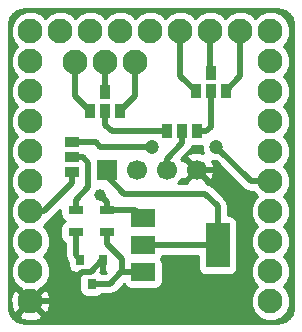
<source format=gbr>
G04 #@! TF.FileFunction,Copper,L2,Bot,Signal*
%FSLAX46Y46*%
G04 Gerber Fmt 4.6, Leading zero omitted, Abs format (unit mm)*
G04 Created by KiCad (PCBNEW 4.0.6) date 12/07/19 10:46:47*
%MOMM*%
%LPD*%
G01*
G04 APERTURE LIST*
%ADD10C,0.100000*%
%ADD11R,0.970000X1.270000*%
%ADD12C,2.100000*%
%ADD13R,1.700000X1.700000*%
%ADD14C,1.700000*%
%ADD15R,1.270000X0.970000*%
%ADD16R,2.000000X3.800000*%
%ADD17R,2.000000X1.500000*%
%ADD18R,0.800000X0.900000*%
%ADD19R,1.300000X0.700000*%
%ADD20C,1.200000*%
%ADD21C,1.000000*%
%ADD22C,0.500000*%
%ADD23C,0.254000*%
G04 APERTURE END LIST*
D10*
D11*
X146341000Y-72025000D03*
X147611000Y-72025000D03*
X148881000Y-72025000D03*
X147611000Y-70475000D03*
D12*
X161581000Y-67845000D03*
X161581000Y-70385000D03*
X161581000Y-72925000D03*
X161581000Y-75465000D03*
X161581000Y-78005000D03*
X161581000Y-80545000D03*
X161581000Y-83085000D03*
X161581000Y-85625000D03*
X161581000Y-88165000D03*
X161581000Y-65305000D03*
X159041000Y-65305000D03*
X156501000Y-65305000D03*
X153961000Y-65305000D03*
X151421000Y-65305000D03*
X148881000Y-65305000D03*
X146341000Y-65305000D03*
X143801000Y-65305000D03*
X141261000Y-65305000D03*
X141261000Y-67845000D03*
X141261000Y-70385000D03*
X141261000Y-72925000D03*
X141261000Y-75465000D03*
X141261000Y-78005000D03*
X141261000Y-80545000D03*
X141261000Y-83085000D03*
X141261000Y-85625000D03*
X141261000Y-88165000D03*
D13*
X147711000Y-77025000D03*
D14*
X150251000Y-77025000D03*
X152791000Y-77025000D03*
X155331000Y-77025000D03*
D11*
X155356000Y-73775000D03*
X154086000Y-73775000D03*
X152816000Y-73775000D03*
X155241000Y-70375000D03*
X156511000Y-70375000D03*
X157781000Y-70375000D03*
X156511000Y-68825000D03*
D15*
X144761000Y-77245000D03*
X144761000Y-75975000D03*
X144761000Y-74705000D03*
D16*
X157111000Y-83425000D03*
D17*
X150811000Y-83425000D03*
X150811000Y-81125000D03*
X150811000Y-85725000D03*
D18*
X145486000Y-84675000D03*
X147386000Y-84675000D03*
X146436000Y-86675000D03*
D19*
X147736000Y-80400000D03*
X147736000Y-82300000D03*
X145086000Y-82300000D03*
X145086000Y-80400000D03*
D12*
X145061000Y-67875000D03*
X147601000Y-67875000D03*
X150141000Y-67875000D03*
D20*
X156986000Y-75075000D03*
X151511000Y-75075000D03*
D21*
X147186000Y-79175000D03*
D22*
X159041000Y-65305000D02*
X159041000Y-69115000D01*
X159041000Y-69115000D02*
X157781000Y-70375000D01*
X156501000Y-65305000D02*
X156501000Y-68815000D01*
X156501000Y-68815000D02*
X156511000Y-68825000D01*
X153961000Y-65305000D02*
X153961000Y-69095000D01*
X153961000Y-69095000D02*
X155241000Y-70375000D01*
X142391000Y-80545000D02*
X141261000Y-80545000D01*
X144761000Y-78175000D02*
X142391000Y-80545000D01*
X144761000Y-77245000D02*
X144761000Y-78175000D01*
X147386000Y-84675000D02*
X147361000Y-84675000D01*
X147361000Y-84675000D02*
X146361000Y-85675000D01*
X146361000Y-85675000D02*
X145611000Y-85675000D01*
X145611000Y-85675000D02*
X145061000Y-86225000D01*
X145061000Y-86225000D02*
X145061000Y-88165000D01*
X141261000Y-88165000D02*
X145061000Y-88165000D01*
X145061000Y-88165000D02*
X157771000Y-88165000D01*
X157211000Y-77025000D02*
X155331000Y-77025000D01*
X159211000Y-79025000D02*
X157211000Y-77025000D01*
X159211000Y-86725000D02*
X159211000Y-79025000D01*
X157771000Y-88165000D02*
X159211000Y-86725000D01*
X155356000Y-73775000D02*
X156161000Y-73775000D01*
X156511000Y-73425000D02*
X156511000Y-70375000D01*
X156161000Y-73775000D02*
X156511000Y-73425000D01*
X154086000Y-73775000D02*
X154086000Y-74800000D01*
X152791000Y-76095000D02*
X152791000Y-77025000D01*
X154086000Y-74800000D02*
X152791000Y-76095000D01*
X147611000Y-72025000D02*
X147611000Y-73225000D01*
X148161000Y-73775000D02*
X152816000Y-73775000D01*
X147611000Y-73225000D02*
X148161000Y-73775000D01*
X145061000Y-67875000D02*
X145061000Y-70745000D01*
X145061000Y-70745000D02*
X146341000Y-72025000D01*
X150141000Y-67875000D02*
X150141000Y-70765000D01*
X150141000Y-70765000D02*
X148881000Y-72025000D01*
X147611000Y-70475000D02*
X147611000Y-67885000D01*
X147611000Y-67885000D02*
X147601000Y-67875000D01*
X145086000Y-80400000D02*
X145086000Y-79550000D01*
X145711000Y-75975000D02*
X144761000Y-75975000D01*
X146161000Y-76425000D02*
X145711000Y-75975000D01*
X146161000Y-78475000D02*
X146161000Y-76425000D01*
X145086000Y-79550000D02*
X146161000Y-78475000D01*
X144761000Y-74705000D02*
X146791000Y-74705000D01*
X156986000Y-75075000D02*
X159916000Y-78005000D01*
X147161000Y-75075000D02*
X151511000Y-75075000D01*
X146791000Y-74705000D02*
X147161000Y-75075000D01*
X159916000Y-78005000D02*
X161581000Y-78005000D01*
X147711000Y-77025000D02*
X147711000Y-77550000D01*
X147711000Y-77550000D02*
X149211000Y-79050000D01*
X149211000Y-79050000D02*
X156061000Y-79050000D01*
X156061000Y-79050000D02*
X157111000Y-80100000D01*
X157111000Y-80100000D02*
X157111000Y-83425000D01*
X157111000Y-83425000D02*
X154061000Y-83425000D01*
X154061000Y-83425000D02*
X150811000Y-83425000D01*
X147736000Y-82300000D02*
X147736000Y-83300000D01*
X149011000Y-84575000D02*
X149011000Y-85725000D01*
X147736000Y-83300000D02*
X149011000Y-84575000D01*
X150811000Y-85725000D02*
X149011000Y-85725000D01*
X149011000Y-85725000D02*
X148961000Y-85725000D01*
X148011000Y-86675000D02*
X146436000Y-86675000D01*
X148961000Y-85725000D02*
X148011000Y-86675000D01*
X145086000Y-82300000D02*
X145086000Y-84275000D01*
X145086000Y-84275000D02*
X145486000Y-84675000D01*
X147736000Y-79725000D02*
X147736000Y-80400000D01*
X147186000Y-79175000D02*
X147736000Y-79725000D01*
X147736000Y-80400000D02*
X150086000Y-80400000D01*
X150086000Y-80400000D02*
X150811000Y-81125000D01*
X150251000Y-80565000D02*
X150811000Y-81125000D01*
D23*
G36*
X162783384Y-63551815D02*
X163166557Y-63807844D01*
X163422585Y-64191015D01*
X163526400Y-64712931D01*
X163526400Y-88703069D01*
X163422585Y-89224985D01*
X163166557Y-89608156D01*
X162783384Y-89864185D01*
X162261469Y-89968000D01*
X140684331Y-89968000D01*
X140162415Y-89864185D01*
X139779244Y-89608157D01*
X139609223Y-89353703D01*
X140251902Y-89353703D01*
X140356687Y-89625745D01*
X140984526Y-89860619D01*
X141654456Y-89837349D01*
X142165313Y-89625745D01*
X142270098Y-89353703D01*
X141261000Y-88344605D01*
X140251902Y-89353703D01*
X139609223Y-89353703D01*
X139523215Y-89224984D01*
X139419400Y-88703069D01*
X139419400Y-87888526D01*
X139565381Y-87888526D01*
X139588651Y-88558456D01*
X139800255Y-89069313D01*
X140072297Y-89174098D01*
X141081395Y-88165000D01*
X141440605Y-88165000D01*
X142449703Y-89174098D01*
X142721745Y-89069313D01*
X142956619Y-88441474D01*
X142933349Y-87771544D01*
X142721745Y-87260687D01*
X142449703Y-87155902D01*
X141440605Y-88165000D01*
X141081395Y-88165000D01*
X140072297Y-87155902D01*
X139800255Y-87260687D01*
X139565381Y-87888526D01*
X139419400Y-87888526D01*
X139419400Y-65638697D01*
X139575708Y-65638697D01*
X139831694Y-66258229D01*
X140148050Y-66575137D01*
X139833360Y-66889278D01*
X139576293Y-67508362D01*
X139575708Y-68178697D01*
X139831694Y-68798229D01*
X140148050Y-69115137D01*
X139833360Y-69429278D01*
X139576293Y-70048362D01*
X139575708Y-70718697D01*
X139831694Y-71338229D01*
X140148050Y-71655137D01*
X139833360Y-71969278D01*
X139576293Y-72588362D01*
X139575708Y-73258697D01*
X139831694Y-73878229D01*
X140148050Y-74195137D01*
X139833360Y-74509278D01*
X139576293Y-75128362D01*
X139575708Y-75798697D01*
X139831694Y-76418229D01*
X140148050Y-76735137D01*
X139833360Y-77049278D01*
X139576293Y-77668362D01*
X139575708Y-78338697D01*
X139831694Y-78958229D01*
X140148050Y-79275137D01*
X139833360Y-79589278D01*
X139576293Y-80208362D01*
X139575708Y-80878697D01*
X139831694Y-81498229D01*
X140148050Y-81815137D01*
X139833360Y-82129278D01*
X139576293Y-82748362D01*
X139575708Y-83418697D01*
X139831694Y-84038229D01*
X140148050Y-84355137D01*
X139833360Y-84669278D01*
X139576293Y-85288362D01*
X139575708Y-85958697D01*
X139831694Y-86578229D01*
X140305278Y-87052640D01*
X140344554Y-87068949D01*
X141261000Y-87985395D01*
X142176499Y-87069896D01*
X142214229Y-87054306D01*
X142688640Y-86580722D01*
X142945707Y-85961638D01*
X142946292Y-85291303D01*
X142690306Y-84671771D01*
X142373950Y-84354863D01*
X142688640Y-84040722D01*
X142945707Y-83421638D01*
X142946292Y-82751303D01*
X142690306Y-82131771D01*
X142373950Y-81814863D01*
X142688640Y-81500722D01*
X142752241Y-81347555D01*
X143016790Y-81170790D01*
X143788560Y-80399020D01*
X143788560Y-80750000D01*
X143832838Y-80985317D01*
X143971910Y-81201441D01*
X144184110Y-81346431D01*
X144197197Y-81349081D01*
X143984559Y-81485910D01*
X143839569Y-81698110D01*
X143788560Y-81950000D01*
X143788560Y-82650000D01*
X143832838Y-82885317D01*
X143971910Y-83101441D01*
X144184110Y-83246431D01*
X144201000Y-83249851D01*
X144201000Y-84274995D01*
X144200999Y-84275000D01*
X144248270Y-84512640D01*
X144268367Y-84613675D01*
X144372624Y-84769707D01*
X144438560Y-84868388D01*
X144438560Y-85125000D01*
X144482838Y-85360317D01*
X144621910Y-85576441D01*
X144834110Y-85721431D01*
X145086000Y-85772440D01*
X145576681Y-85772440D01*
X145439569Y-85973110D01*
X145388560Y-86225000D01*
X145388560Y-87125000D01*
X145432838Y-87360317D01*
X145571910Y-87576441D01*
X145784110Y-87721431D01*
X146036000Y-87772440D01*
X146836000Y-87772440D01*
X147071317Y-87728162D01*
X147287441Y-87589090D01*
X147307317Y-87560000D01*
X148010995Y-87560000D01*
X148011000Y-87560001D01*
X148293484Y-87503810D01*
X148349675Y-87492633D01*
X148636790Y-87300790D01*
X149215443Y-86722136D01*
X149346910Y-86926441D01*
X149559110Y-87071431D01*
X149811000Y-87122440D01*
X151811000Y-87122440D01*
X152046317Y-87078162D01*
X152262441Y-86939090D01*
X152407431Y-86726890D01*
X152458440Y-86475000D01*
X152458440Y-84975000D01*
X152414162Y-84739683D01*
X152307241Y-84573523D01*
X152407431Y-84426890D01*
X152431102Y-84310000D01*
X155463560Y-84310000D01*
X155463560Y-85325000D01*
X155507838Y-85560317D01*
X155646910Y-85776441D01*
X155859110Y-85921431D01*
X156111000Y-85972440D01*
X158111000Y-85972440D01*
X158346317Y-85928162D01*
X158562441Y-85789090D01*
X158707431Y-85576890D01*
X158758440Y-85325000D01*
X158758440Y-81525000D01*
X158714162Y-81289683D01*
X158575090Y-81073559D01*
X158362890Y-80928569D01*
X158111000Y-80877560D01*
X157996000Y-80877560D01*
X157996000Y-80100005D01*
X157996001Y-80100000D01*
X157928633Y-79761325D01*
X157905943Y-79727367D01*
X157736790Y-79474210D01*
X157736787Y-79474208D01*
X156686790Y-78424210D01*
X156602116Y-78367633D01*
X156399675Y-78232367D01*
X156304096Y-78213355D01*
X156158481Y-78184390D01*
X156195353Y-78068958D01*
X155331000Y-77204605D01*
X154466647Y-78068958D01*
X154497326Y-78165000D01*
X153750951Y-78165000D01*
X154049188Y-77867283D01*
X154068951Y-77819688D01*
X154287042Y-77889353D01*
X155151395Y-77025000D01*
X154287042Y-76160647D01*
X154069360Y-76230181D01*
X154050656Y-76184914D01*
X154001704Y-76135876D01*
X154711787Y-75425792D01*
X154711790Y-75425790D01*
X154839975Y-75233946D01*
X154903634Y-75138674D01*
X154919793Y-75057440D01*
X155751015Y-75057440D01*
X155750786Y-75319579D01*
X155885913Y-75646610D01*
X155559721Y-75528282D01*
X154969542Y-75554685D01*
X154546920Y-75729741D01*
X154466647Y-75981042D01*
X155331000Y-76845395D01*
X155345143Y-76831253D01*
X155524748Y-77010858D01*
X155510605Y-77025000D01*
X156374958Y-77889353D01*
X156626259Y-77809080D01*
X156827718Y-77253721D01*
X156801315Y-76663542D01*
X156637235Y-76267418D01*
X156739266Y-76309785D01*
X156969406Y-76309986D01*
X159290208Y-78630787D01*
X159290210Y-78630790D01*
X159577325Y-78822633D01*
X159633516Y-78833810D01*
X159916000Y-78890001D01*
X159916005Y-78890000D01*
X160123502Y-78890000D01*
X160151694Y-78958229D01*
X160468050Y-79275137D01*
X160153360Y-79589278D01*
X159896293Y-80208362D01*
X159895708Y-80878697D01*
X160151694Y-81498229D01*
X160468050Y-81815137D01*
X160153360Y-82129278D01*
X159896293Y-82748362D01*
X159895708Y-83418697D01*
X160151694Y-84038229D01*
X160468050Y-84355137D01*
X160153360Y-84669278D01*
X159896293Y-85288362D01*
X159895708Y-85958697D01*
X160151694Y-86578229D01*
X160468050Y-86895137D01*
X160153360Y-87209278D01*
X159896293Y-87828362D01*
X159895708Y-88498697D01*
X160151694Y-89118229D01*
X160625278Y-89592640D01*
X161244362Y-89849707D01*
X161914697Y-89850292D01*
X162534229Y-89594306D01*
X163008640Y-89120722D01*
X163265707Y-88501638D01*
X163266292Y-87831303D01*
X163010306Y-87211771D01*
X162693950Y-86894863D01*
X163008640Y-86580722D01*
X163265707Y-85961638D01*
X163266292Y-85291303D01*
X163010306Y-84671771D01*
X162693950Y-84354863D01*
X163008640Y-84040722D01*
X163265707Y-83421638D01*
X163266292Y-82751303D01*
X163010306Y-82131771D01*
X162693950Y-81814863D01*
X163008640Y-81500722D01*
X163265707Y-80881638D01*
X163266292Y-80211303D01*
X163010306Y-79591771D01*
X162693950Y-79274863D01*
X163008640Y-78960722D01*
X163265707Y-78341638D01*
X163266292Y-77671303D01*
X163010306Y-77051771D01*
X162693950Y-76734863D01*
X163008640Y-76420722D01*
X163265707Y-75801638D01*
X163266292Y-75131303D01*
X163010306Y-74511771D01*
X162693950Y-74194863D01*
X163008640Y-73880722D01*
X163265707Y-73261638D01*
X163266292Y-72591303D01*
X163010306Y-71971771D01*
X162693950Y-71654863D01*
X163008640Y-71340722D01*
X163265707Y-70721638D01*
X163266292Y-70051303D01*
X163010306Y-69431771D01*
X162693950Y-69114863D01*
X163008640Y-68800722D01*
X163265707Y-68181638D01*
X163266292Y-67511303D01*
X163010306Y-66891771D01*
X162693950Y-66574863D01*
X163008640Y-66260722D01*
X163265707Y-65641638D01*
X163266292Y-64971303D01*
X163010306Y-64351771D01*
X162536722Y-63877360D01*
X161917638Y-63620293D01*
X161247303Y-63619708D01*
X160627771Y-63875694D01*
X160310863Y-64192050D01*
X159996722Y-63877360D01*
X159377638Y-63620293D01*
X158707303Y-63619708D01*
X158087771Y-63875694D01*
X157770863Y-64192050D01*
X157456722Y-63877360D01*
X156837638Y-63620293D01*
X156167303Y-63619708D01*
X155547771Y-63875694D01*
X155230863Y-64192050D01*
X154916722Y-63877360D01*
X154297638Y-63620293D01*
X153627303Y-63619708D01*
X153007771Y-63875694D01*
X152690863Y-64192050D01*
X152376722Y-63877360D01*
X151757638Y-63620293D01*
X151087303Y-63619708D01*
X150467771Y-63875694D01*
X150150863Y-64192050D01*
X149836722Y-63877360D01*
X149217638Y-63620293D01*
X148547303Y-63619708D01*
X147927771Y-63875694D01*
X147610863Y-64192050D01*
X147296722Y-63877360D01*
X146677638Y-63620293D01*
X146007303Y-63619708D01*
X145387771Y-63875694D01*
X145070863Y-64192050D01*
X144756722Y-63877360D01*
X144137638Y-63620293D01*
X143467303Y-63619708D01*
X142847771Y-63875694D01*
X142530863Y-64192050D01*
X142216722Y-63877360D01*
X141597638Y-63620293D01*
X140927303Y-63619708D01*
X140307771Y-63875694D01*
X139833360Y-64349278D01*
X139576293Y-64968362D01*
X139575708Y-65638697D01*
X139419400Y-65638697D01*
X139419400Y-64712931D01*
X139523215Y-64191016D01*
X139779244Y-63807843D01*
X140162415Y-63551815D01*
X140684331Y-63448000D01*
X162261469Y-63448000D01*
X162783384Y-63551815D01*
X162783384Y-63551815D01*
G37*
X162783384Y-63551815D02*
X163166557Y-63807844D01*
X163422585Y-64191015D01*
X163526400Y-64712931D01*
X163526400Y-88703069D01*
X163422585Y-89224985D01*
X163166557Y-89608156D01*
X162783384Y-89864185D01*
X162261469Y-89968000D01*
X140684331Y-89968000D01*
X140162415Y-89864185D01*
X139779244Y-89608157D01*
X139609223Y-89353703D01*
X140251902Y-89353703D01*
X140356687Y-89625745D01*
X140984526Y-89860619D01*
X141654456Y-89837349D01*
X142165313Y-89625745D01*
X142270098Y-89353703D01*
X141261000Y-88344605D01*
X140251902Y-89353703D01*
X139609223Y-89353703D01*
X139523215Y-89224984D01*
X139419400Y-88703069D01*
X139419400Y-87888526D01*
X139565381Y-87888526D01*
X139588651Y-88558456D01*
X139800255Y-89069313D01*
X140072297Y-89174098D01*
X141081395Y-88165000D01*
X141440605Y-88165000D01*
X142449703Y-89174098D01*
X142721745Y-89069313D01*
X142956619Y-88441474D01*
X142933349Y-87771544D01*
X142721745Y-87260687D01*
X142449703Y-87155902D01*
X141440605Y-88165000D01*
X141081395Y-88165000D01*
X140072297Y-87155902D01*
X139800255Y-87260687D01*
X139565381Y-87888526D01*
X139419400Y-87888526D01*
X139419400Y-65638697D01*
X139575708Y-65638697D01*
X139831694Y-66258229D01*
X140148050Y-66575137D01*
X139833360Y-66889278D01*
X139576293Y-67508362D01*
X139575708Y-68178697D01*
X139831694Y-68798229D01*
X140148050Y-69115137D01*
X139833360Y-69429278D01*
X139576293Y-70048362D01*
X139575708Y-70718697D01*
X139831694Y-71338229D01*
X140148050Y-71655137D01*
X139833360Y-71969278D01*
X139576293Y-72588362D01*
X139575708Y-73258697D01*
X139831694Y-73878229D01*
X140148050Y-74195137D01*
X139833360Y-74509278D01*
X139576293Y-75128362D01*
X139575708Y-75798697D01*
X139831694Y-76418229D01*
X140148050Y-76735137D01*
X139833360Y-77049278D01*
X139576293Y-77668362D01*
X139575708Y-78338697D01*
X139831694Y-78958229D01*
X140148050Y-79275137D01*
X139833360Y-79589278D01*
X139576293Y-80208362D01*
X139575708Y-80878697D01*
X139831694Y-81498229D01*
X140148050Y-81815137D01*
X139833360Y-82129278D01*
X139576293Y-82748362D01*
X139575708Y-83418697D01*
X139831694Y-84038229D01*
X140148050Y-84355137D01*
X139833360Y-84669278D01*
X139576293Y-85288362D01*
X139575708Y-85958697D01*
X139831694Y-86578229D01*
X140305278Y-87052640D01*
X140344554Y-87068949D01*
X141261000Y-87985395D01*
X142176499Y-87069896D01*
X142214229Y-87054306D01*
X142688640Y-86580722D01*
X142945707Y-85961638D01*
X142946292Y-85291303D01*
X142690306Y-84671771D01*
X142373950Y-84354863D01*
X142688640Y-84040722D01*
X142945707Y-83421638D01*
X142946292Y-82751303D01*
X142690306Y-82131771D01*
X142373950Y-81814863D01*
X142688640Y-81500722D01*
X142752241Y-81347555D01*
X143016790Y-81170790D01*
X143788560Y-80399020D01*
X143788560Y-80750000D01*
X143832838Y-80985317D01*
X143971910Y-81201441D01*
X144184110Y-81346431D01*
X144197197Y-81349081D01*
X143984559Y-81485910D01*
X143839569Y-81698110D01*
X143788560Y-81950000D01*
X143788560Y-82650000D01*
X143832838Y-82885317D01*
X143971910Y-83101441D01*
X144184110Y-83246431D01*
X144201000Y-83249851D01*
X144201000Y-84274995D01*
X144200999Y-84275000D01*
X144248270Y-84512640D01*
X144268367Y-84613675D01*
X144372624Y-84769707D01*
X144438560Y-84868388D01*
X144438560Y-85125000D01*
X144482838Y-85360317D01*
X144621910Y-85576441D01*
X144834110Y-85721431D01*
X145086000Y-85772440D01*
X145576681Y-85772440D01*
X145439569Y-85973110D01*
X145388560Y-86225000D01*
X145388560Y-87125000D01*
X145432838Y-87360317D01*
X145571910Y-87576441D01*
X145784110Y-87721431D01*
X146036000Y-87772440D01*
X146836000Y-87772440D01*
X147071317Y-87728162D01*
X147287441Y-87589090D01*
X147307317Y-87560000D01*
X148010995Y-87560000D01*
X148011000Y-87560001D01*
X148293484Y-87503810D01*
X148349675Y-87492633D01*
X148636790Y-87300790D01*
X149215443Y-86722136D01*
X149346910Y-86926441D01*
X149559110Y-87071431D01*
X149811000Y-87122440D01*
X151811000Y-87122440D01*
X152046317Y-87078162D01*
X152262441Y-86939090D01*
X152407431Y-86726890D01*
X152458440Y-86475000D01*
X152458440Y-84975000D01*
X152414162Y-84739683D01*
X152307241Y-84573523D01*
X152407431Y-84426890D01*
X152431102Y-84310000D01*
X155463560Y-84310000D01*
X155463560Y-85325000D01*
X155507838Y-85560317D01*
X155646910Y-85776441D01*
X155859110Y-85921431D01*
X156111000Y-85972440D01*
X158111000Y-85972440D01*
X158346317Y-85928162D01*
X158562441Y-85789090D01*
X158707431Y-85576890D01*
X158758440Y-85325000D01*
X158758440Y-81525000D01*
X158714162Y-81289683D01*
X158575090Y-81073559D01*
X158362890Y-80928569D01*
X158111000Y-80877560D01*
X157996000Y-80877560D01*
X157996000Y-80100005D01*
X157996001Y-80100000D01*
X157928633Y-79761325D01*
X157905943Y-79727367D01*
X157736790Y-79474210D01*
X157736787Y-79474208D01*
X156686790Y-78424210D01*
X156602116Y-78367633D01*
X156399675Y-78232367D01*
X156304096Y-78213355D01*
X156158481Y-78184390D01*
X156195353Y-78068958D01*
X155331000Y-77204605D01*
X154466647Y-78068958D01*
X154497326Y-78165000D01*
X153750951Y-78165000D01*
X154049188Y-77867283D01*
X154068951Y-77819688D01*
X154287042Y-77889353D01*
X155151395Y-77025000D01*
X154287042Y-76160647D01*
X154069360Y-76230181D01*
X154050656Y-76184914D01*
X154001704Y-76135876D01*
X154711787Y-75425792D01*
X154711790Y-75425790D01*
X154839975Y-75233946D01*
X154903634Y-75138674D01*
X154919793Y-75057440D01*
X155751015Y-75057440D01*
X155750786Y-75319579D01*
X155885913Y-75646610D01*
X155559721Y-75528282D01*
X154969542Y-75554685D01*
X154546920Y-75729741D01*
X154466647Y-75981042D01*
X155331000Y-76845395D01*
X155345143Y-76831253D01*
X155524748Y-77010858D01*
X155510605Y-77025000D01*
X156374958Y-77889353D01*
X156626259Y-77809080D01*
X156827718Y-77253721D01*
X156801315Y-76663542D01*
X156637235Y-76267418D01*
X156739266Y-76309785D01*
X156969406Y-76309986D01*
X159290208Y-78630787D01*
X159290210Y-78630790D01*
X159577325Y-78822633D01*
X159633516Y-78833810D01*
X159916000Y-78890001D01*
X159916005Y-78890000D01*
X160123502Y-78890000D01*
X160151694Y-78958229D01*
X160468050Y-79275137D01*
X160153360Y-79589278D01*
X159896293Y-80208362D01*
X159895708Y-80878697D01*
X160151694Y-81498229D01*
X160468050Y-81815137D01*
X160153360Y-82129278D01*
X159896293Y-82748362D01*
X159895708Y-83418697D01*
X160151694Y-84038229D01*
X160468050Y-84355137D01*
X160153360Y-84669278D01*
X159896293Y-85288362D01*
X159895708Y-85958697D01*
X160151694Y-86578229D01*
X160468050Y-86895137D01*
X160153360Y-87209278D01*
X159896293Y-87828362D01*
X159895708Y-88498697D01*
X160151694Y-89118229D01*
X160625278Y-89592640D01*
X161244362Y-89849707D01*
X161914697Y-89850292D01*
X162534229Y-89594306D01*
X163008640Y-89120722D01*
X163265707Y-88501638D01*
X163266292Y-87831303D01*
X163010306Y-87211771D01*
X162693950Y-86894863D01*
X163008640Y-86580722D01*
X163265707Y-85961638D01*
X163266292Y-85291303D01*
X163010306Y-84671771D01*
X162693950Y-84354863D01*
X163008640Y-84040722D01*
X163265707Y-83421638D01*
X163266292Y-82751303D01*
X163010306Y-82131771D01*
X162693950Y-81814863D01*
X163008640Y-81500722D01*
X163265707Y-80881638D01*
X163266292Y-80211303D01*
X163010306Y-79591771D01*
X162693950Y-79274863D01*
X163008640Y-78960722D01*
X163265707Y-78341638D01*
X163266292Y-77671303D01*
X163010306Y-77051771D01*
X162693950Y-76734863D01*
X163008640Y-76420722D01*
X163265707Y-75801638D01*
X163266292Y-75131303D01*
X163010306Y-74511771D01*
X162693950Y-74194863D01*
X163008640Y-73880722D01*
X163265707Y-73261638D01*
X163266292Y-72591303D01*
X163010306Y-71971771D01*
X162693950Y-71654863D01*
X163008640Y-71340722D01*
X163265707Y-70721638D01*
X163266292Y-70051303D01*
X163010306Y-69431771D01*
X162693950Y-69114863D01*
X163008640Y-68800722D01*
X163265707Y-68181638D01*
X163266292Y-67511303D01*
X163010306Y-66891771D01*
X162693950Y-66574863D01*
X163008640Y-66260722D01*
X163265707Y-65641638D01*
X163266292Y-64971303D01*
X163010306Y-64351771D01*
X162536722Y-63877360D01*
X161917638Y-63620293D01*
X161247303Y-63619708D01*
X160627771Y-63875694D01*
X160310863Y-64192050D01*
X159996722Y-63877360D01*
X159377638Y-63620293D01*
X158707303Y-63619708D01*
X158087771Y-63875694D01*
X157770863Y-64192050D01*
X157456722Y-63877360D01*
X156837638Y-63620293D01*
X156167303Y-63619708D01*
X155547771Y-63875694D01*
X155230863Y-64192050D01*
X154916722Y-63877360D01*
X154297638Y-63620293D01*
X153627303Y-63619708D01*
X153007771Y-63875694D01*
X152690863Y-64192050D01*
X152376722Y-63877360D01*
X151757638Y-63620293D01*
X151087303Y-63619708D01*
X150467771Y-63875694D01*
X150150863Y-64192050D01*
X149836722Y-63877360D01*
X149217638Y-63620293D01*
X148547303Y-63619708D01*
X147927771Y-63875694D01*
X147610863Y-64192050D01*
X147296722Y-63877360D01*
X146677638Y-63620293D01*
X146007303Y-63619708D01*
X145387771Y-63875694D01*
X145070863Y-64192050D01*
X144756722Y-63877360D01*
X144137638Y-63620293D01*
X143467303Y-63619708D01*
X142847771Y-63875694D01*
X142530863Y-64192050D01*
X142216722Y-63877360D01*
X141597638Y-63620293D01*
X140927303Y-63619708D01*
X140307771Y-63875694D01*
X139833360Y-64349278D01*
X139576293Y-64968362D01*
X139575708Y-65638697D01*
X139419400Y-65638697D01*
X139419400Y-64712931D01*
X139523215Y-64191016D01*
X139779244Y-63807843D01*
X140162415Y-63551815D01*
X140684331Y-63448000D01*
X162261469Y-63448000D01*
X162783384Y-63551815D01*
G36*
X147513000Y-84548000D02*
X147533000Y-84548000D01*
X147533000Y-84802000D01*
X147513000Y-84802000D01*
X147513000Y-85601250D01*
X147671750Y-85760000D01*
X147674420Y-85760000D01*
X147644420Y-85790000D01*
X147310669Y-85790000D01*
X147300090Y-85773559D01*
X147173314Y-85686936D01*
X147259000Y-85601250D01*
X147259000Y-84802000D01*
X147239000Y-84802000D01*
X147239000Y-84548000D01*
X147259000Y-84548000D01*
X147259000Y-84528000D01*
X147513000Y-84528000D01*
X147513000Y-84548000D01*
X147513000Y-84548000D01*
G37*
X147513000Y-84548000D02*
X147533000Y-84548000D01*
X147533000Y-84802000D01*
X147513000Y-84802000D01*
X147513000Y-85601250D01*
X147671750Y-85760000D01*
X147674420Y-85760000D01*
X147644420Y-85790000D01*
X147310669Y-85790000D01*
X147300090Y-85773559D01*
X147173314Y-85686936D01*
X147259000Y-85601250D01*
X147259000Y-84802000D01*
X147239000Y-84802000D01*
X147239000Y-84548000D01*
X147259000Y-84548000D01*
X147259000Y-84528000D01*
X147513000Y-84528000D01*
X147513000Y-84548000D01*
M02*

</source>
